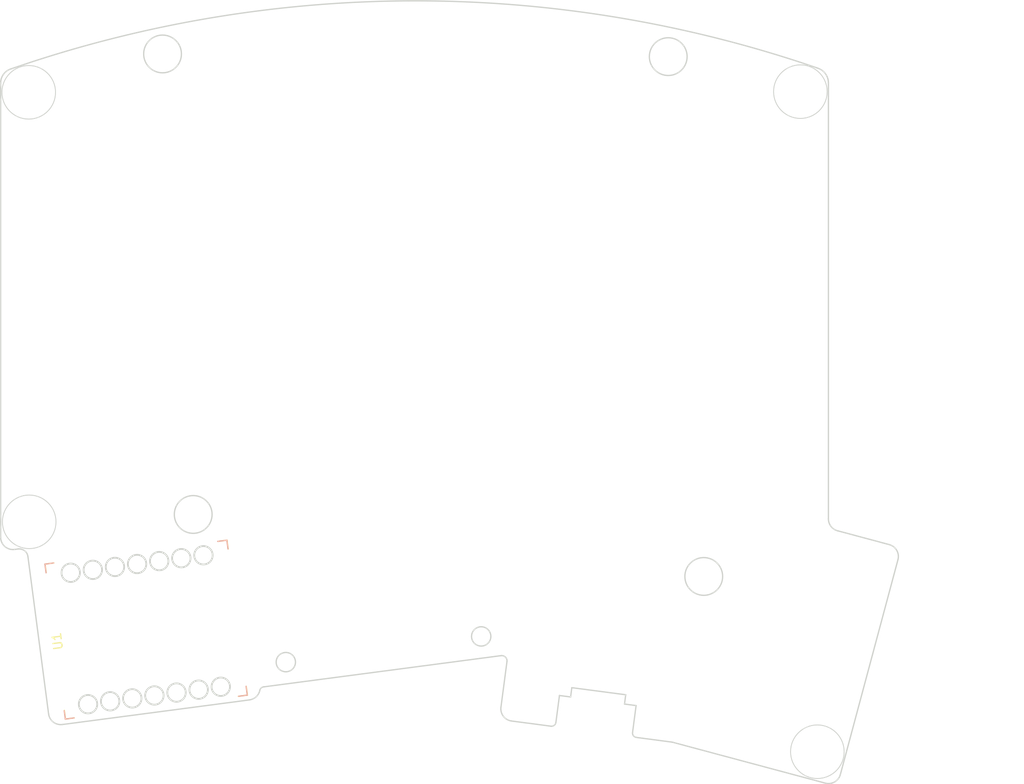
<source format=kicad_pcb>
(kicad_pcb (version 20240108) (generator "pcbnew") (generator_version "8.0")
  (title_block (title "Kretsträd") (company "by JW"))
  (layers (0 "F.Cu" signal) (31 "B.Cu" signal) (34 "B.Paste" user) (35 "F.Paste" user) (36 "B.SilkS" user "B.Silkscreen") (37 "F.SilkS" user "F.Silkscreen") (38 "B.Mask" user) (39 "F.Mask" user) (44 "Edge.Cuts" user))
  (net 0 "")
  (footprint "jw_custom_footprints:MountingHole_4.3mm_M4_cutout" (layer "F.Cu") (at 100.82219 105.995881)
    (property "Reference" "TH3" (hide yes))
    (property "Value" "HOLE")
    (fp_circle (center 0 0) (end 2.15 0) (stroke (width 0.15)) (fill none) (layer "Edge.Cuts"))
  )
  (footprint "jw_custom_footprints:MountingHole_4.3mm_M4_cutout" (layer "F.Cu") (at 158.93739 113.057081)
    (property "Reference" "TH4" (hide yes))
    (property "Value" "HOLE")
    (fp_circle (center 0 0) (end 2.15 0) (stroke (width 0.15)) (fill none) (layer "Edge.Cuts"))
  )
  (footprint "jw_custom_footprints:Xiao THT jumper pad_hole_1.55mm_cutout_no_jumper_pad" (layer "F.Cu") (at 95.259726 119.141085 97.5)
    (property "Reference" "U1" (at 0 -9.9742 97.5) (layer "F.SilkS"))
    (property "Value" "SeeeduinoXIAO")
    (fp_line (start 8.9 -10.2452) (end 7.9 -10.2452) (stroke (width 0.15)) (layer "B.SilkS"))
    (fp_line (start 8.9 -10.2452) (end 8.9 -9.2452) (stroke (width 0.15)) (layer "B.SilkS"))
    (fp_line (start -8.9 -10.2452) (end -7.95 -10.2452) (stroke (width 0.15)) (layer "B.SilkS"))
    (fp_line (start -8.9 -10.2452) (end -8.9 -9.2452) (stroke (width 0.15)) (layer "B.SilkS"))
    (fp_line (start 8.9 9.593) (end 8.9 10.643002) (stroke (width 0.15)) (layer "B.SilkS"))
    (fp_line (start 8.9 10.643002) (end 7.9 10.643) (stroke (width 0.15)) (layer "B.SilkS"))
    (fp_line (start -8.9 9.643) (end -8.9 10.643) (stroke (width 0.15)) (layer "B.SilkS"))
    (fp_line (start -8.9 10.643) (end -7.89 10.643) (stroke (width 0.15)) (layer "B.SilkS"))
    (fp_line (start 8.9 -10.2202) (end 7.95 -10.2202) (stroke (width 0.15)) (layer "F.SilkS"))
    (fp_line (start 8.9 -10.2202) (end 8.9 -9.2202) (stroke (width 0.15)) (layer "F.SilkS"))
    (fp_line (start -8.9 -10.2202) (end -7.9 -10.2202) (stroke (width 0.15)) (layer "F.SilkS"))
    (fp_line (start -8.9 -10.2202) (end -8.9 -9.2202) (stroke (width 0.15)) (layer "F.SilkS"))
    (fp_line (start 8.899999 9.668) (end 8.9 10.668) (stroke (width 0.15)) (layer "F.SilkS"))
    (fp_line (start 8.9 10.668) (end 7.89 10.668) (stroke (width 0.15)) (layer "F.SilkS"))
    (fp_line (start -8.9 9.618) (end -8.9 10.668) (stroke (width 0.15)) (layer "F.SilkS"))
    (fp_line (start -8.9 10.668) (end -7.9 10.668) (stroke (width 0.15)) (layer "F.SilkS"))
    (fp_circle (center 7.5438 -7.46) (end 8.5938 -7.46) (stroke (width 0.2)) (fill none) (layer "Edge.Cuts"))
    (fp_circle (center -7.5588 -7.46) (end -6.5088 -7.46) (stroke (width 0.2)) (fill none) (layer "Edge.Cuts"))
    (fp_circle (center 7.5438 -4.92) (end 8.5938 -4.92) (stroke (width 0.2)) (fill none) (layer "Edge.Cuts"))
    (fp_circle (center -7.5588 -4.92) (end -6.5088 -4.92) (stroke (width 0.2)) (fill none) (layer "Edge.Cuts"))
    (fp_circle (center 7.5438 -2.38) (end 8.593802 -2.38) (stroke (width 0.2)) (fill none) (layer "Edge.Cuts"))
    (fp_circle (center -7.5588 -2.38) (end -6.5088 -2.38) (stroke (width 0.2)) (fill none) (layer "Edge.Cuts"))
    (fp_circle (center 7.5438 0.16) (end 8.5938 0.16) (stroke (width 0.2)) (fill none) (layer "Edge.Cuts"))
    (fp_circle (center -7.5588 0.16) (end -6.5088 0.16) (stroke (width 0.2)) (fill none) (layer "Edge.Cuts"))
    (fp_circle (center 7.543799 2.7) (end 8.5938 2.7) (stroke (width 0.2)) (fill none) (layer "Edge.Cuts"))
    (fp_circle (center -7.5588 2.7) (end -6.5088 2.7) (stroke (width 0.2)) (fill none) (layer "Edge.Cuts"))
    (fp_circle (center 7.5438 5.24) (end 8.5938 5.24) (stroke (width 0.2)) (fill none) (layer "Edge.Cuts"))
    (fp_circle (center -7.5588 5.24) (end -6.5088 5.24) (stroke (width 0.2)) (fill none) (layer "Edge.Cuts"))
    (fp_circle (center 7.5438 7.780002) (end 8.5938 7.78) (stroke (width 0.2)) (fill none) (layer "Edge.Cuts"))
    (fp_circle (center -7.5588 7.78) (end -6.5088 7.78) (stroke (width 0.2)) (fill none) (layer "Edge.Cuts"))
  )
  (footprint "jw_custom_footprints:MountingHole_4.3mm_M4_cutout" (layer "F.Cu") (at 97.3328 53.5432)
    (property "Reference" "TH1" (hide yes))
    (property "Value" "HOLE")
    (fp_circle (center 0 0) (end 2.15 0) (stroke (width 0.15)) (fill none) (layer "Edge.Cuts"))
  )
  (footprint "jw_custom_footprints:MountingHole_4.3mm_M4_cutout" (layer "F.Cu") (at 154.894 53.848)
    (property "Reference" "TH2" (hide yes))
    (property "Value" "HOLE")
    (fp_circle (center 0 0) (end 2.15 0) (stroke (width 0.15)) (fill none) (layer "Edge.Cuts"))
  )
  (footprint "jw_custom_footprints:MountingHole_2.2mm_M2_cutout" (layer "F.Cu") (at 133.604 119.888 7.5)
    (property "Reference" "Batt_Hole_2" (hide yes))
    (property "Value" "HOLE")
    (fp_circle (center 0 0) (end 1.1 0) (stroke (width 0.15)) (fill none) (layer "Edge.Cuts"))
  )
  (footprint "jw_custom_footprints:MountingHole_2.2mm_M2_cutout" (layer "F.Cu") (at 111.363786 122.81598 7.5)
    (property "Reference" "Batt_Hole_1" (hide yes))
    (property "Value" "HOLE")
    (fp_circle (center 0 0) (end 1.1 0) (stroke (width 0.15)) (fill none) (layer "Edge.Cuts"))
  )
  (gr_circle (center 82.10039 57.913681) (end 85.15039 57.913681) (stroke (width 0.1)) (fill none) (layer "Edge.Cuts"))
  (gr_arc (start 142.107563 129.6833) (mid 141.916221 130.014713) (end 141.546578 130.113759) (stroke (width 0.15)) (layer "Edge.Cuts"))
  (gr_line (start 155.252729 131.918209) (end 151.262737 131.392917) (stroke (width 0.15)) (layer "Edge.Cuts"))
  (gr_arc (start 108.39139 126.087281) (mid 107.963474 126.781252) (end 107.221283 127.118683) (stroke (width 0.15)) (layer "Edge.Cuts"))
  (gr_line (start 137.057564 129.52277) (end 141.546578 130.113759) (stroke (width 0.15)) (layer "Edge.Cuts"))
  (gr_line (start 173.128112 56.858591) (end 173.128112 106.502087) (stroke (width 0.15)) (layer "Edge.Cuts"))
  (gr_line (start 150.055411 126.534101) (end 143.919954 125.726352) (stroke (width 0.15)) (layer "Edge.Cuts"))
  (gr_line (start 142.511262 126.6169) (end 142.107563 129.6833) (stroke (width 0.15)) (layer "Edge.Cuts"))
  (gr_line (start 80.886919 109.929828) (end 80.487185 109.982454) (stroke (width 0.15)) (layer "Edge.Cuts"))
  (gr_line (start 155.432339 131.953936) (end 172.77345 136.600472) (stroke (width 0.15)) (layer "Edge.Cuts"))
  (gr_circle (center 171.86799 133.021481) (end 174.91799 133.021481) (stroke (width 0.1)) (fill none) (layer "Edge.Cuts"))
  (gr_arc (start 108.39139 126.087281) (mid 108.55202 125.773529) (end 108.87399 125.630081) (stroke (width 0.15)) (layer "Edge.Cuts"))
  (gr_arc (start 171.8564 55.1434) (mid 172.77909 55.788325) (end 173.128112 56.858591) (stroke (width 0.15)) (layer "Edge.Cuts"))
  (gr_arc (start 155.252729 131.918209) (mid 155.343119 131.933132) (end 155.432339 131.953936) (stroke (width 0.15)) (layer "Edge.Cuts"))
  (gr_line (start 181.043189 111.14657) (end 174.488093 135.610523) (stroke (width 0.15)) (layer "Edge.Cuts"))
  (gr_line (start 151.235977 127.76553) (end 150.832278 130.831932) (stroke (width 0.15)) (layer "Edge.Cuts"))
  (gr_line (start 82.008945 110.791165) (end 84.361052 128.715613) (stroke (width 0.15)) (layer "Edge.Cuts"))
  (gr_line (start 135.863957 122.076786) (end 108.87399 125.630081) (stroke (width 0.15)) (layer "Edge.Cuts"))
  (gr_arc (start 80.886919 109.929828) (mid 81.626352 110.128081) (end 82.008945 110.791165) (stroke (width 0.15)) (layer "Edge.Cuts"))
  (gr_arc (start 80.164858 55.2196) (mid 126.004242 47.495858) (end 171.8564 55.1434) (stroke (width 0.15)) (layer "Edge.Cuts"))
  (gr_line (start 143.780708 126.784026) (end 142.511262 126.6169) (stroke (width 0.15)) (layer "Edge.Cuts"))
  (gr_arc (start 151.262737 131.392917) (mid 150.931324 131.201575) (end 150.832278 130.831932) (stroke (width 0.15)) (layer "Edge.Cuts"))
  (gr_arc (start 135.863957 122.076786) (mid 136.366537 122.247389) (end 136.53714 122.749969) (stroke (width 0.15)) (layer "Edge.Cuts"))
  (gr_arc (start 174.165765 107.854383) (mid 173.417407 107.354356) (end 173.128112 106.502087) (stroke (width 0.15)) (layer "Edge.Cuts"))
  (gr_line (start 149.916166 127.591774) (end 151.235977 127.76553) (stroke (width 0.15)) (layer "Edge.Cuts"))
  (gr_circle (center 82.15319 106.836081) (end 85.20319 106.836081) (stroke (width 0.1)) (fill none) (layer "Edge.Cuts"))
  (gr_arc (start 137.057564 129.52277) (mid 136.129606 128.987013) (end 135.852279 127.95201) (stroke (width 0.15)) (layer "Edge.Cuts"))
  (gr_line (start 78.904448 56.858591) (end 78.904448 108.594431) (stroke (width 0.15)) (layer "Edge.Cuts"))
  (gr_line (start 135.852279 127.95201) (end 136.53714 122.749969) (stroke (width 0.15)) (layer "Edge.Cuts"))
  (gr_circle (center 169.93559 57.837481) (end 172.98559 57.837481) (stroke (width 0.1)) (fill none) (layer "Edge.Cuts"))
  (gr_line (start 85.931889 129.921485) (end 107.221283 127.118683) (stroke (width 0.15)) (layer "Edge.Cuts"))
  (gr_arc (start 80.487185 109.982454) (mid 79.381364 109.647007) (end 78.904448 108.594431) (stroke (width 0.15)) (layer "Edge.Cuts"))
  (gr_arc (start 78.904448 56.858591) (mid 79.253843 55.823144) (end 80.164858 55.2196) (stroke (width 0.15)) (layer "Edge.Cuts"))
  (gr_arc (start 174.488093 135.610523) (mid 173.835801 136.460624) (end 172.77345 136.600472) (stroke (width 0.15)) (layer "Edge.Cuts"))
  (gr_line (start 174.165765 107.854383) (end 180.05324 109.431926) (stroke (width 0.15)) (layer "Edge.Cuts"))
  (gr_line (start 143.780708 126.784026) (end 143.919954 125.726352) (stroke (width 0.15)) (layer "Edge.Cuts"))
  (gr_line (start 150.055411 126.534101) (end 149.916166 127.591774) (stroke (width 0.15)) (layer "Edge.Cuts"))
  (gr_arc (start 85.931889 129.921485) (mid 84.896692 129.643954) (end 84.361052 128.715613) (stroke (width 0.15)) (layer "Edge.Cuts"))
  (gr_arc (start 180.05324 109.431926) (mid 180.903321 110.084222) (end 181.043189 111.14657) (stroke (width 0.15)) (layer "Edge.Cuts"))
)
</source>
